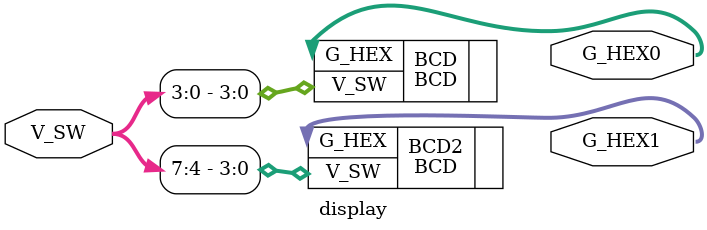
<source format=v>

module display (input [7:0] V_SW, output [6:0] G_HEX0, output [6:0] G_HEX1);

 BCD BCD(.V_SW(V_SW [3:0]), .G_HEX(G_HEX0));
 BCD BCD2(.V_SW(V_SW [7:4]), .G_HEX(G_HEX1));

endmodule

</source>
